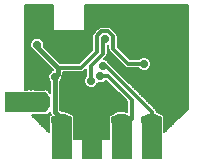
<source format=gbl>
G04 DipTrace 2.4.0.2*
%INlightning.gbl*%
%MOMM*%
%ADD13C,0.305*%
%ADD14C,0.381*%
%ADD15C,0.152*%
%ADD23R,1.6X1.7*%
%ADD24R,2.0X1.7*%
%ADD25R,1.7X1.6*%
%ADD26R,1.7X2.0*%
%ADD39C,0.711*%
%ADD42C,0.711*%
%FSLAX53Y53*%
G04*
G71*
G90*
G75*
G01*
%LNBottom*%
%LPD*%
X16302Y15615D2*
D13*
Y16910D1*
X17330Y17939D1*
Y19009D1*
X17466Y19144D1*
X13545Y19473D2*
Y18573D1*
Y17673D1*
X14445D1*
Y18573D1*
X15345D1*
Y17673D1*
Y19473D2*
X14445D1*
Y18573D1*
X16350Y10000D2*
Y11270D1*
Y12433D1*
X12433Y13810D2*
X11270D1*
X10000D1*
X17084Y16023D2*
X17769D1*
X19753Y14038D1*
Y12433D1*
X18890D1*
Y10000D2*
Y11270D1*
Y12433D1*
X17279Y16908D2*
X17542D1*
X21497Y12953D1*
Y11337D1*
X21430Y11270D1*
Y10000D2*
Y11270D1*
Y12433D1*
X11745Y18701D2*
D14*
Y18475D1*
X13484Y16736D1*
Y16168D1*
X13283Y15967D1*
X13255D1*
Y12988D1*
X13810Y12433D1*
D13*
Y11270D1*
Y10000D1*
X13484Y16736D2*
X15450D1*
X16800Y18085D1*
Y19423D1*
X17189Y19812D1*
X17743D1*
X18173Y19381D1*
Y18351D1*
X19462Y17062D1*
X20795D1*
D42*
X17084Y16023D3*
X17279Y16908D3*
X17466Y19144D3*
X16302Y15615D3*
X20795Y20478D3*
X22065D3*
X23335D3*
X22065Y19208D3*
X23335D3*
X22065Y17938D3*
X23335D3*
Y16350D3*
Y14763D3*
X22065D3*
X22327Y13623D3*
X23335Y13493D3*
X16985Y21748D3*
X20795D3*
X22065D3*
X23335D3*
X19525D3*
X18255D3*
X12540D3*
X11029D3*
X12540Y15252D3*
X11745Y18701D3*
X12540Y16668D3*
X20795Y17062D3*
X13283Y15967D3*
X13963Y14623D3*
X23023Y12364D3*
X19088Y13738D3*
X18853Y16718D3*
X12569Y20696D3*
X12220Y12214D3*
X20795Y17938D3*
Y19208D3*
X19525D3*
X11015Y15256D3*
X19525Y17938D3*
X10751Y21981D2*
D15*
X13094D1*
X15844D2*
X24488D1*
X10751Y21832D2*
X13094D1*
X15844D2*
X24488D1*
X10751Y21683D2*
X13094D1*
X15844D2*
X24488D1*
X10751Y21534D2*
X13094D1*
X15844D2*
X24488D1*
X10751Y21385D2*
X13094D1*
X15844D2*
X24488D1*
X10751Y21236D2*
X13094D1*
X15844D2*
X24488D1*
X10751Y21087D2*
X13094D1*
X15844D2*
X24488D1*
X10751Y20938D2*
X13094D1*
X15844D2*
X24488D1*
X10751Y20789D2*
X13094D1*
X15844D2*
X24488D1*
X10751Y20640D2*
X13094D1*
X15844D2*
X24488D1*
X10751Y20491D2*
X13094D1*
X15844D2*
X24488D1*
X10751Y20342D2*
X13094D1*
X15844D2*
X24488D1*
X10751Y20193D2*
X13094D1*
X15844D2*
X17106D1*
X17825D2*
X24488D1*
X10751Y20044D2*
X13094D1*
X15844D2*
X16859D1*
X18073D2*
X24488D1*
X10751Y19894D2*
X13094D1*
X15844D2*
X16709D1*
X18223D2*
X24488D1*
X10751Y19745D2*
X16561D1*
X18373D2*
X24488D1*
X10751Y19596D2*
X16440D1*
X18511D2*
X24488D1*
X10751Y19447D2*
X16399D1*
X18570D2*
X24488D1*
X10751Y19298D2*
X16397D1*
X18575D2*
X24488D1*
X10751Y19149D2*
X11346D1*
X12146D2*
X16397D1*
X18575D2*
X24488D1*
X10751Y19000D2*
X11222D1*
X12269D2*
X16397D1*
X18575D2*
X24488D1*
X10751Y18851D2*
X11160D1*
X12331D2*
X16397D1*
X18575D2*
X24488D1*
X10751Y18702D2*
X11139D1*
X12350D2*
X16397D1*
X18575D2*
X24488D1*
X10751Y18553D2*
X11158D1*
X12331D2*
X16397D1*
X18575D2*
X24488D1*
X10751Y18404D2*
X11220D1*
X12431D2*
X16397D1*
X18682D2*
X24488D1*
X10751Y18255D2*
X11344D1*
X12581D2*
X16397D1*
X18832D2*
X24488D1*
X10751Y18106D2*
X11498D1*
X12731D2*
X16259D1*
X17732D2*
X17859D1*
X18982D2*
X24488D1*
X10751Y17957D2*
X11648D1*
X12879D2*
X16109D1*
X17732D2*
X18006D1*
X19130D2*
X24488D1*
X10751Y17808D2*
X11796D1*
X13029D2*
X15961D1*
X17708D2*
X18154D1*
X19280D2*
X24488D1*
X10751Y17658D2*
X11946D1*
X13177D2*
X15811D1*
X17613D2*
X18304D1*
X19428D2*
X24488D1*
X10751Y17509D2*
X12094D1*
X13327D2*
X15661D1*
X17463D2*
X18454D1*
X19578D2*
X20395D1*
X21194D2*
X24488D1*
X10751Y17360D2*
X12244D1*
X13477D2*
X15513D1*
X17673D2*
X18602D1*
X21318D2*
X24488D1*
X10751Y17211D2*
X12394D1*
X13624D2*
X15363D1*
X17801D2*
X18752D1*
X21380D2*
X24488D1*
X10751Y17062D2*
X12541D1*
X17951D2*
X18899D1*
X21399D2*
X24488D1*
X10751Y16913D2*
X12691D1*
X18099D2*
X19049D1*
X21380D2*
X24488D1*
X10751Y16764D2*
X12839D1*
X18249D2*
X19202D1*
X21318D2*
X24488D1*
X10751Y16615D2*
X12989D1*
X18396D2*
X20395D1*
X21194D2*
X24488D1*
X10751Y16466D2*
X12953D1*
X15744D2*
X15899D1*
X18546D2*
X24488D1*
X10751Y16317D2*
X12794D1*
X13924D2*
X15899D1*
X18696D2*
X24488D1*
X10751Y16168D2*
X12713D1*
X13924D2*
X15899D1*
X18844D2*
X24488D1*
X10751Y16019D2*
X12680D1*
X13898D2*
X15856D1*
X18994D2*
X24488D1*
X10751Y15870D2*
X12687D1*
X13879D2*
X15754D1*
X19142D2*
X24488D1*
X10751Y15721D2*
X12732D1*
X13834D2*
X15706D1*
X19292D2*
X24488D1*
X10751Y15572D2*
X12815D1*
X13736D2*
X15699D1*
X17480D2*
X17659D1*
X19442D2*
X24488D1*
X10751Y15422D2*
X12815D1*
X13696D2*
X15728D1*
X16875D2*
X17806D1*
X19589D2*
X24488D1*
X10751Y15273D2*
X12815D1*
X13696D2*
X15806D1*
X16799D2*
X17956D1*
X19739D2*
X24488D1*
X10751Y15124D2*
X12815D1*
X13696D2*
X15959D1*
X16644D2*
X18104D1*
X19887D2*
X24488D1*
X10751Y14975D2*
X12815D1*
X13696D2*
X18254D1*
X20037D2*
X24488D1*
X12710Y14826D2*
X12815D1*
X13696D2*
X18404D1*
X20187D2*
X24488D1*
X13696Y14677D2*
X18552D1*
X20335D2*
X24488D1*
X13696Y14528D2*
X18702D1*
X20485D2*
X24488D1*
X13696Y14379D2*
X18849D1*
X20632D2*
X24488D1*
X13696Y14230D2*
X18999D1*
X20782D2*
X24488D1*
X13696Y14081D2*
X19149D1*
X20932D2*
X24488D1*
X13696Y13932D2*
X19297D1*
X21080D2*
X24488D1*
X13696Y13783D2*
X19352D1*
X21230D2*
X24488D1*
X13696Y13634D2*
X19352D1*
X21378D2*
X24488D1*
X13696Y13485D2*
X19352D1*
X21528D2*
X24488D1*
X13696Y13336D2*
X19352D1*
X21678D2*
X24488D1*
X13696Y13186D2*
X19352D1*
X21821D2*
X24412D1*
X13822Y13037D2*
X19352D1*
X21890D2*
X24262D1*
X14491Y12888D2*
X18209D1*
X22111D2*
X24112D1*
X12624Y12739D2*
X12839D1*
X14782D2*
X17918D1*
X22402D2*
X23964D1*
X11424Y12590D2*
X12718D1*
X14901D2*
X17799D1*
X22521D2*
X23814D1*
X11574Y12441D2*
X12710D1*
X14910D2*
X17790D1*
X22530D2*
X23667D1*
X11722Y12292D2*
X12710D1*
X14910D2*
X17790D1*
X22530D2*
X23517D1*
X11872Y12143D2*
X12710D1*
X14910D2*
X17790D1*
X22530D2*
X23367D1*
X12022Y11994D2*
X12710D1*
X14910D2*
X17790D1*
X22530D2*
X23219D1*
X12169Y11845D2*
X12710D1*
X14910D2*
X17790D1*
X22530D2*
X23069D1*
X12319Y11696D2*
X12710D1*
X14910D2*
X17790D1*
X22530D2*
X22921D1*
X12467Y11547D2*
X12710D1*
X14910D2*
X17790D1*
X22530D2*
X22771D1*
X12617Y11398D2*
X12710D1*
X14910D2*
X17790D1*
X22530D2*
X22621D1*
X14910Y11249D2*
X17790D1*
X14910Y11100D2*
X17790D1*
X14910Y10950D2*
X17790D1*
X14910Y10801D2*
X17790D1*
X10738Y14895D2*
X12305Y14892D1*
X12370Y14895D1*
X12530D1*
X12605Y14882D1*
X12672Y14847D1*
X12725Y14790D1*
X12774Y14700D1*
X12829Y14592D1*
X12827Y15591D1*
X12783Y15653D1*
X12747Y15720D1*
X12719Y15791D1*
X12702Y15865D1*
X12693Y15941D1*
X12695Y16017D1*
X12706Y16092D1*
X12727Y16166D1*
X12758Y16236D1*
X12797Y16301D1*
X12844Y16361D1*
X12898Y16414D1*
X12959Y16460D1*
X13058Y16511D1*
X13059Y16561D1*
X11451Y18168D1*
X11400Y18222D1*
X11342Y18271D1*
X11289Y18326D1*
X11245Y18388D1*
X11209Y18455D1*
X11181Y18526D1*
X11164Y18600D1*
X11155Y18676D1*
X11157Y18752D1*
X11168Y18827D1*
X11189Y18900D1*
X11220Y18970D1*
X11259Y19036D1*
X11306Y19096D1*
X11360Y19149D1*
X11421Y19195D1*
X11487Y19232D1*
X11557Y19261D1*
X11631Y19281D1*
X11707Y19290D1*
X11783Y19291D1*
X11858Y19281D1*
X11932Y19261D1*
X12002Y19233D1*
X12069Y19195D1*
X12130Y19149D1*
X12184Y19096D1*
X12231Y19036D1*
X12270Y18971D1*
X12301Y18901D1*
X12322Y18828D1*
X12335Y18701D1*
X12330Y18625D1*
X12304Y18517D1*
X13698Y17124D1*
X15292Y17123D1*
X16414Y18247D1*
X16413Y18999D1*
Y19423D1*
X16420Y19498D1*
X16442Y19571D1*
X16478Y19638D1*
X16526Y19696D1*
X16915Y20086D1*
X16974Y20134D1*
X17041Y20170D1*
X17114Y20192D1*
X17189Y20199D1*
X17743D1*
X17819Y20191D1*
X17892Y20169D1*
X17959Y20133D1*
X18017Y20086D1*
X18447Y19655D1*
X18495Y19596D1*
X18531Y19529D1*
X18553Y19456D1*
X18561Y19381D1*
Y18512D1*
X19624Y17448D1*
X20351Y17449D1*
X20410Y17510D1*
X20471Y17556D1*
X20537Y17593D1*
X20607Y17622D1*
X20681Y17642D1*
X20757Y17651D1*
X20833D1*
X20908Y17642D1*
X20982Y17622D1*
X21052Y17594D1*
X21119Y17556D1*
X21179Y17510D1*
X21234Y17457D1*
X21281Y17397D1*
X21320Y17332D1*
X21350Y17262D1*
X21372Y17189D1*
X21385Y17062D1*
X21380Y16986D1*
X21366Y16912D1*
X21342Y16839D1*
X21308Y16771D1*
X21267Y16707D1*
X21217Y16649D1*
X21160Y16599D1*
X21098Y16555D1*
X21030Y16521D1*
X20958Y16495D1*
X20884Y16479D1*
X20808Y16472D1*
X20732Y16475D1*
X20657Y16488D1*
X20584Y16511D1*
X20515Y16543D1*
X20450Y16583D1*
X20391Y16632D1*
X20351Y16675D1*
X19462D1*
X19387Y16683D1*
X19314Y16705D1*
X19247Y16741D1*
X19189Y16789D1*
X17900Y18078D1*
X17852Y18136D1*
X17816Y18203D1*
X17794Y18276D1*
X17786Y18351D1*
Y18649D1*
X17715Y18610D1*
X17717Y17939D1*
X17710Y17863D1*
X17688Y17790D1*
X17652Y17723D1*
X17604Y17665D1*
X17420Y17482D1*
X17536Y17439D1*
X17603Y17402D1*
X17663Y17356D1*
X17718Y17303D1*
X17786Y17208D1*
X18031Y16966D1*
X21771Y13227D1*
X21819Y13168D1*
X21855Y13101D1*
X21878Y13023D1*
X21930Y12974D1*
X22387Y12739D1*
X22448Y12694D1*
X22492Y12631D1*
X22513Y12556D1*
X22515Y12454D1*
Y11274D1*
X24505Y13265D1*
X24504Y16357D1*
X24502Y22075D1*
X15828D1*
X15829Y21056D1*
Y19844D1*
X13108D1*
Y22075D1*
X10736D1*
Y14893D1*
X11235Y14895D1*
Y14892D1*
X12000Y12725D2*
X11274D1*
X12726Y11274D1*
X12725Y12305D1*
Y12530D1*
X12738Y12605D1*
X12773Y12672D1*
X12830Y12725D1*
X12897Y12762D1*
X12872Y12802D1*
X12845Y12873D1*
X12829Y12988D1*
Y13028D1*
X12739Y12853D1*
X12694Y12792D1*
X12631Y12748D1*
X12556Y12727D1*
X12454Y12725D1*
X12000D1*
X14895Y12000D2*
Y10735D1*
X17807Y10736D1*
X17805Y11235D1*
Y12305D1*
Y12530D1*
X17818Y12605D1*
X17853Y12672D1*
X17910Y12725D1*
X18000Y12774D1*
X18458Y13009D1*
X18532Y13032D1*
X18641Y13035D1*
X19215D1*
X19292Y13021D1*
X19367Y12986D1*
X19366Y13878D1*
X17609Y15635D1*
X17529Y15636D1*
X17449Y15559D1*
X17386Y15516D1*
X17318Y15481D1*
X17247Y15455D1*
X17172Y15439D1*
X17096Y15432D1*
X17020Y15436D1*
X16945Y15449D1*
X16875Y15471D1*
X16848Y15392D1*
X16815Y15323D1*
X16773Y15260D1*
X16723Y15202D1*
X16667Y15151D1*
X16604Y15108D1*
X16536Y15073D1*
X16465Y15047D1*
X16390Y15031D1*
X16314Y15024D1*
X16238Y15028D1*
X16163Y15041D1*
X16091Y15063D1*
X16021Y15095D1*
X15957Y15135D1*
X15898Y15184D1*
X15846Y15239D1*
X15801Y15301D1*
X15765Y15368D1*
X15738Y15439D1*
X15720Y15513D1*
X15712Y15589D1*
X15713Y15665D1*
X15725Y15740D1*
X15746Y15814D1*
X15776Y15883D1*
X15815Y15949D1*
X15862Y16009D1*
X15915Y16060D1*
X15914Y16650D1*
X15724Y16462D1*
X15665Y16414D1*
X15598Y16378D1*
X15525Y16356D1*
X15450Y16349D1*
X13910D1*
X13909Y16168D1*
X13903Y16092D1*
X13885Y16027D1*
X13873Y15967D1*
X13869Y15891D1*
X13854Y15816D1*
X13830Y15744D1*
X13796Y15675D1*
X13755Y15612D1*
X13678Y15530D1*
X13680Y14366D1*
Y13164D1*
X13809Y13034D1*
X14135Y13035D1*
X14212Y13021D1*
X14310Y12974D1*
X14767Y12739D1*
X14828Y12694D1*
X14872Y12631D1*
X14893Y12556D1*
X14895Y12454D1*
Y12000D1*
D23*
X11270Y13810D3*
G36*
X12530Y12960D2*
X12065D1*
Y14660D1*
X12530D1*
X12800Y14135D1*
Y13485D1*
X12530Y12960D1*
G37*
D24*
X10000Y13810D3*
D25*
X13810Y11270D3*
G36*
X14660Y12530D2*
Y12065D1*
X12960D1*
Y12530D1*
X13485Y12800D1*
X14135D1*
X14660Y12530D1*
G37*
D26*
X13810Y10000D3*
D25*
X16350Y11270D3*
G36*
X17200Y12530D2*
Y12065D1*
X15500D1*
Y12530D1*
X16025Y12800D1*
X16675D1*
X17200Y12530D1*
G37*
D26*
X16350Y10000D3*
D25*
X18890Y11270D3*
G36*
X19740Y12530D2*
Y12065D1*
X18040D1*
Y12530D1*
X18565Y12800D1*
X19215D1*
X19740Y12530D1*
G37*
D26*
X18890Y10000D3*
D25*
X21430Y11270D3*
G36*
X22280Y12530D2*
Y12065D1*
X20580D1*
Y12530D1*
X21105Y12800D1*
X21755D1*
X22280Y12530D1*
G37*
D26*
X21430Y10000D3*
D39*
X15345Y19473D3*
Y18573D3*
Y17673D3*
X14445Y19473D3*
Y18573D3*
Y17673D3*
X13545Y19473D3*
Y18573D3*
Y17673D3*
G36*
X21448Y15021D2*
X22398Y15166D1*
X23138Y15466D1*
X23608Y15846D1*
X23988Y16231D1*
X24303Y16791D1*
X24433Y17116D1*
X24533Y17596D1*
X24583Y17846D1*
X24608Y18261D1*
X24493Y18586D1*
X24303Y18776D1*
X24178Y18901D1*
X24113Y19221D1*
X24138Y19351D1*
X24213Y19601D1*
X24368Y19741D1*
X23958Y20236D1*
X23578Y19986D1*
X23488D1*
X23308Y20426D1*
X23033Y20401D1*
X22528Y20541D1*
X23058Y19276D1*
Y19116D1*
X23023Y18901D1*
X22908Y18851D1*
X22653Y18951D1*
X22338Y19531D1*
X21983Y20386D1*
X21728Y20261D1*
X21458Y19941D1*
X21828Y18991D1*
X21638Y19021D1*
X21448D1*
Y15021D1*
G37*
M02*

</source>
